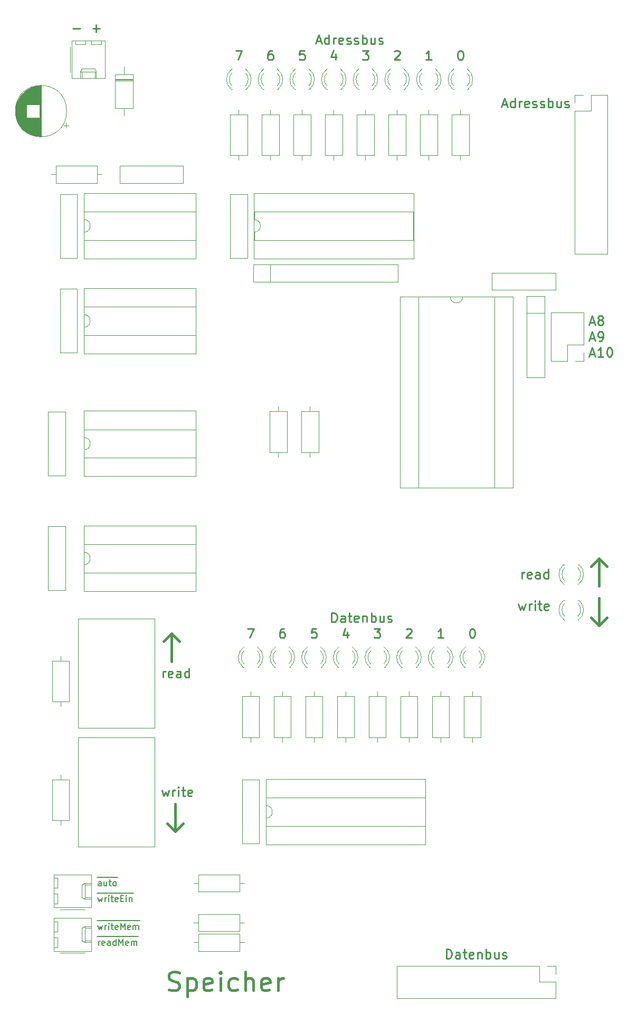
<source format=gbr>
G04 #@! TF.GenerationSoftware,KiCad,Pcbnew,(5.1.7)-1*
G04 #@! TF.CreationDate,2020-12-28T01:07:41+01:00*
G04 #@! TF.ProjectId,speichermodul,73706569-6368-4657-926d-6f64756c2e6b,rev?*
G04 #@! TF.SameCoordinates,Original*
G04 #@! TF.FileFunction,Legend,Top*
G04 #@! TF.FilePolarity,Positive*
%FSLAX46Y46*%
G04 Gerber Fmt 4.6, Leading zero omitted, Abs format (unit mm)*
G04 Created by KiCad (PCBNEW (5.1.7)-1) date 2020-12-28 01:07:41*
%MOMM*%
%LPD*%
G01*
G04 APERTURE LIST*
%ADD10C,0.250000*%
%ADD11C,0.400000*%
%ADD12C,0.170000*%
%ADD13C,0.120000*%
G04 APERTURE END LIST*
D10*
X50736428Y-29317142D02*
X49593571Y-29317142D01*
X50165000Y-29888571D02*
X50165000Y-28745714D01*
X47561428Y-29317142D02*
X46418571Y-29317142D01*
D11*
X62865000Y-158115000D02*
X62865000Y-153670000D01*
X62865000Y-158115000D02*
X64135000Y-156845000D01*
X61595000Y-156845000D02*
X62865000Y-158115000D01*
X62230000Y-130810000D02*
X62230000Y-126365000D01*
X62230000Y-126365000D02*
X63500000Y-127635000D01*
X60960000Y-127635000D02*
X62230000Y-126365000D01*
D10*
X60701785Y-151443571D02*
X60987500Y-152443571D01*
X61273214Y-151729285D01*
X61558928Y-152443571D01*
X61844642Y-151443571D01*
X62416071Y-152443571D02*
X62416071Y-151443571D01*
X62416071Y-151729285D02*
X62487500Y-151586428D01*
X62558928Y-151515000D01*
X62701785Y-151443571D01*
X62844642Y-151443571D01*
X63344642Y-152443571D02*
X63344642Y-151443571D01*
X63344642Y-150943571D02*
X63273214Y-151015000D01*
X63344642Y-151086428D01*
X63416071Y-151015000D01*
X63344642Y-150943571D01*
X63344642Y-151086428D01*
X63844642Y-151443571D02*
X64416071Y-151443571D01*
X64058928Y-150943571D02*
X64058928Y-152229285D01*
X64130357Y-152372142D01*
X64273214Y-152443571D01*
X64416071Y-152443571D01*
X65487500Y-152372142D02*
X65344642Y-152443571D01*
X65058928Y-152443571D01*
X64916071Y-152372142D01*
X64844642Y-152229285D01*
X64844642Y-151657857D01*
X64916071Y-151515000D01*
X65058928Y-151443571D01*
X65344642Y-151443571D01*
X65487500Y-151515000D01*
X65558928Y-151657857D01*
X65558928Y-151800714D01*
X64844642Y-151943571D01*
X60844642Y-133393571D02*
X60844642Y-132393571D01*
X60844642Y-132679285D02*
X60916071Y-132536428D01*
X60987500Y-132465000D01*
X61130357Y-132393571D01*
X61273214Y-132393571D01*
X62344642Y-133322142D02*
X62201785Y-133393571D01*
X61916071Y-133393571D01*
X61773214Y-133322142D01*
X61701785Y-133179285D01*
X61701785Y-132607857D01*
X61773214Y-132465000D01*
X61916071Y-132393571D01*
X62201785Y-132393571D01*
X62344642Y-132465000D01*
X62416071Y-132607857D01*
X62416071Y-132750714D01*
X61701785Y-132893571D01*
X63701785Y-133393571D02*
X63701785Y-132607857D01*
X63630357Y-132465000D01*
X63487500Y-132393571D01*
X63201785Y-132393571D01*
X63058928Y-132465000D01*
X63701785Y-133322142D02*
X63558928Y-133393571D01*
X63201785Y-133393571D01*
X63058928Y-133322142D01*
X62987500Y-133179285D01*
X62987500Y-133036428D01*
X63058928Y-132893571D01*
X63201785Y-132822142D01*
X63558928Y-132822142D01*
X63701785Y-132750714D01*
X65058928Y-133393571D02*
X65058928Y-131893571D01*
X65058928Y-133322142D02*
X64916071Y-133393571D01*
X64630357Y-133393571D01*
X64487500Y-133322142D01*
X64416071Y-133250714D01*
X64344642Y-133107857D01*
X64344642Y-132679285D01*
X64416071Y-132536428D01*
X64487500Y-132465000D01*
X64630357Y-132393571D01*
X64916071Y-132393571D01*
X65058928Y-132465000D01*
D11*
X130810000Y-125095000D02*
X132080000Y-123825000D01*
X129540000Y-123825000D02*
X130810000Y-125095000D01*
X130810000Y-125095000D02*
X130810000Y-120650000D01*
X130810000Y-114300000D02*
X132080000Y-115570000D01*
X129540000Y-115570000D02*
X130810000Y-114300000D01*
X130810000Y-118745000D02*
X130810000Y-114300000D01*
D10*
X118456071Y-117518571D02*
X118456071Y-116518571D01*
X118456071Y-116804285D02*
X118527500Y-116661428D01*
X118598928Y-116590000D01*
X118741785Y-116518571D01*
X118884642Y-116518571D01*
X119956071Y-117447142D02*
X119813214Y-117518571D01*
X119527500Y-117518571D01*
X119384642Y-117447142D01*
X119313214Y-117304285D01*
X119313214Y-116732857D01*
X119384642Y-116590000D01*
X119527500Y-116518571D01*
X119813214Y-116518571D01*
X119956071Y-116590000D01*
X120027500Y-116732857D01*
X120027500Y-116875714D01*
X119313214Y-117018571D01*
X121313214Y-117518571D02*
X121313214Y-116732857D01*
X121241785Y-116590000D01*
X121098928Y-116518571D01*
X120813214Y-116518571D01*
X120670357Y-116590000D01*
X121313214Y-117447142D02*
X121170357Y-117518571D01*
X120813214Y-117518571D01*
X120670357Y-117447142D01*
X120598928Y-117304285D01*
X120598928Y-117161428D01*
X120670357Y-117018571D01*
X120813214Y-116947142D01*
X121170357Y-116947142D01*
X121313214Y-116875714D01*
X122670357Y-117518571D02*
X122670357Y-116018571D01*
X122670357Y-117447142D02*
X122527500Y-117518571D01*
X122241785Y-117518571D01*
X122098928Y-117447142D01*
X122027500Y-117375714D01*
X121956071Y-117232857D01*
X121956071Y-116804285D01*
X122027500Y-116661428D01*
X122098928Y-116590000D01*
X122241785Y-116518571D01*
X122527500Y-116518571D01*
X122670357Y-116590000D01*
D12*
X50275500Y-165429000D02*
X51180261Y-165429000D01*
X50942166Y-166822380D02*
X50942166Y-166298571D01*
X50894547Y-166203333D01*
X50799309Y-166155714D01*
X50608833Y-166155714D01*
X50513595Y-166203333D01*
X50942166Y-166774761D02*
X50846928Y-166822380D01*
X50608833Y-166822380D01*
X50513595Y-166774761D01*
X50465976Y-166679523D01*
X50465976Y-166584285D01*
X50513595Y-166489047D01*
X50608833Y-166441428D01*
X50846928Y-166441428D01*
X50942166Y-166393809D01*
X51180261Y-165429000D02*
X52085023Y-165429000D01*
X51846928Y-166155714D02*
X51846928Y-166822380D01*
X51418357Y-166155714D02*
X51418357Y-166679523D01*
X51465976Y-166774761D01*
X51561214Y-166822380D01*
X51704071Y-166822380D01*
X51799309Y-166774761D01*
X51846928Y-166727142D01*
X52085023Y-165429000D02*
X52656452Y-165429000D01*
X52180261Y-166155714D02*
X52561214Y-166155714D01*
X52323119Y-165822380D02*
X52323119Y-166679523D01*
X52370738Y-166774761D01*
X52465976Y-166822380D01*
X52561214Y-166822380D01*
X52656452Y-165429000D02*
X53561214Y-165429000D01*
X53037404Y-166822380D02*
X52942166Y-166774761D01*
X52894547Y-166727142D01*
X52846928Y-166631904D01*
X52846928Y-166346190D01*
X52894547Y-166250952D01*
X52942166Y-166203333D01*
X53037404Y-166155714D01*
X53180261Y-166155714D01*
X53275500Y-166203333D01*
X53323119Y-166250952D01*
X53370738Y-166346190D01*
X53370738Y-166631904D01*
X53323119Y-166727142D01*
X53275500Y-166774761D01*
X53180261Y-166822380D01*
X53037404Y-166822380D01*
X50275500Y-167969000D02*
X51323119Y-167969000D01*
X50418357Y-168695714D02*
X50608833Y-169362380D01*
X50799309Y-168886190D01*
X50989785Y-169362380D01*
X51180261Y-168695714D01*
X51323119Y-167969000D02*
X51942166Y-167969000D01*
X51561214Y-169362380D02*
X51561214Y-168695714D01*
X51561214Y-168886190D02*
X51608833Y-168790952D01*
X51656452Y-168743333D01*
X51751690Y-168695714D01*
X51846928Y-168695714D01*
X51942166Y-167969000D02*
X52418357Y-167969000D01*
X52180261Y-169362380D02*
X52180261Y-168695714D01*
X52180261Y-168362380D02*
X52132642Y-168410000D01*
X52180261Y-168457619D01*
X52227880Y-168410000D01*
X52180261Y-168362380D01*
X52180261Y-168457619D01*
X52418357Y-167969000D02*
X52989785Y-167969000D01*
X52513595Y-168695714D02*
X52894547Y-168695714D01*
X52656452Y-168362380D02*
X52656452Y-169219523D01*
X52704071Y-169314761D01*
X52799309Y-169362380D01*
X52894547Y-169362380D01*
X52989785Y-167969000D02*
X53846928Y-167969000D01*
X53608833Y-169314761D02*
X53513595Y-169362380D01*
X53323119Y-169362380D01*
X53227880Y-169314761D01*
X53180261Y-169219523D01*
X53180261Y-168838571D01*
X53227880Y-168743333D01*
X53323119Y-168695714D01*
X53513595Y-168695714D01*
X53608833Y-168743333D01*
X53656452Y-168838571D01*
X53656452Y-168933809D01*
X53180261Y-169029047D01*
X53846928Y-167969000D02*
X54751690Y-167969000D01*
X54085023Y-168838571D02*
X54418357Y-168838571D01*
X54561214Y-169362380D02*
X54085023Y-169362380D01*
X54085023Y-168362380D01*
X54561214Y-168362380D01*
X54751690Y-167969000D02*
X55227880Y-167969000D01*
X54989785Y-169362380D02*
X54989785Y-168695714D01*
X54989785Y-168362380D02*
X54942166Y-168410000D01*
X54989785Y-168457619D01*
X55037404Y-168410000D01*
X54989785Y-168362380D01*
X54989785Y-168457619D01*
X55227880Y-167969000D02*
X56132642Y-167969000D01*
X55465976Y-168695714D02*
X55465976Y-169362380D01*
X55465976Y-168790952D02*
X55513595Y-168743333D01*
X55608833Y-168695714D01*
X55751690Y-168695714D01*
X55846928Y-168743333D01*
X55894547Y-168838571D01*
X55894547Y-169362380D01*
X50275500Y-172414000D02*
X51323119Y-172414000D01*
X50418357Y-173140714D02*
X50608833Y-173807380D01*
X50799309Y-173331190D01*
X50989785Y-173807380D01*
X51180261Y-173140714D01*
X51323119Y-172414000D02*
X51942166Y-172414000D01*
X51561214Y-173807380D02*
X51561214Y-173140714D01*
X51561214Y-173331190D02*
X51608833Y-173235952D01*
X51656452Y-173188333D01*
X51751690Y-173140714D01*
X51846928Y-173140714D01*
X51942166Y-172414000D02*
X52418357Y-172414000D01*
X52180261Y-173807380D02*
X52180261Y-173140714D01*
X52180261Y-172807380D02*
X52132642Y-172855000D01*
X52180261Y-172902619D01*
X52227880Y-172855000D01*
X52180261Y-172807380D01*
X52180261Y-172902619D01*
X52418357Y-172414000D02*
X52989785Y-172414000D01*
X52513595Y-173140714D02*
X52894547Y-173140714D01*
X52656452Y-172807380D02*
X52656452Y-173664523D01*
X52704071Y-173759761D01*
X52799309Y-173807380D01*
X52894547Y-173807380D01*
X52989785Y-172414000D02*
X53846928Y-172414000D01*
X53608833Y-173759761D02*
X53513595Y-173807380D01*
X53323119Y-173807380D01*
X53227880Y-173759761D01*
X53180261Y-173664523D01*
X53180261Y-173283571D01*
X53227880Y-173188333D01*
X53323119Y-173140714D01*
X53513595Y-173140714D01*
X53608833Y-173188333D01*
X53656452Y-173283571D01*
X53656452Y-173378809D01*
X53180261Y-173474047D01*
X53846928Y-172414000D02*
X54989785Y-172414000D01*
X54085023Y-173807380D02*
X54085023Y-172807380D01*
X54418357Y-173521666D01*
X54751690Y-172807380D01*
X54751690Y-173807380D01*
X54989785Y-172414000D02*
X55846928Y-172414000D01*
X55608833Y-173759761D02*
X55513595Y-173807380D01*
X55323119Y-173807380D01*
X55227880Y-173759761D01*
X55180261Y-173664523D01*
X55180261Y-173283571D01*
X55227880Y-173188333D01*
X55323119Y-173140714D01*
X55513595Y-173140714D01*
X55608833Y-173188333D01*
X55656452Y-173283571D01*
X55656452Y-173378809D01*
X55180261Y-173474047D01*
X55846928Y-172414000D02*
X57180261Y-172414000D01*
X56085023Y-173807380D02*
X56085023Y-173140714D01*
X56085023Y-173235952D02*
X56132642Y-173188333D01*
X56227880Y-173140714D01*
X56370738Y-173140714D01*
X56465976Y-173188333D01*
X56513595Y-173283571D01*
X56513595Y-173807380D01*
X56513595Y-173283571D02*
X56561214Y-173188333D01*
X56656452Y-173140714D01*
X56799309Y-173140714D01*
X56894547Y-173188333D01*
X56942166Y-173283571D01*
X56942166Y-173807380D01*
X50275500Y-174954000D02*
X50894547Y-174954000D01*
X50513595Y-176347380D02*
X50513595Y-175680714D01*
X50513595Y-175871190D02*
X50561214Y-175775952D01*
X50608833Y-175728333D01*
X50704071Y-175680714D01*
X50799309Y-175680714D01*
X50894547Y-174954000D02*
X51751690Y-174954000D01*
X51513595Y-176299761D02*
X51418357Y-176347380D01*
X51227880Y-176347380D01*
X51132642Y-176299761D01*
X51085023Y-176204523D01*
X51085023Y-175823571D01*
X51132642Y-175728333D01*
X51227880Y-175680714D01*
X51418357Y-175680714D01*
X51513595Y-175728333D01*
X51561214Y-175823571D01*
X51561214Y-175918809D01*
X51085023Y-176014047D01*
X51751690Y-174954000D02*
X52656452Y-174954000D01*
X52418357Y-176347380D02*
X52418357Y-175823571D01*
X52370738Y-175728333D01*
X52275500Y-175680714D01*
X52085023Y-175680714D01*
X51989785Y-175728333D01*
X52418357Y-176299761D02*
X52323119Y-176347380D01*
X52085023Y-176347380D01*
X51989785Y-176299761D01*
X51942166Y-176204523D01*
X51942166Y-176109285D01*
X51989785Y-176014047D01*
X52085023Y-175966428D01*
X52323119Y-175966428D01*
X52418357Y-175918809D01*
X52656452Y-174954000D02*
X53561214Y-174954000D01*
X53323119Y-176347380D02*
X53323119Y-175347380D01*
X53323119Y-176299761D02*
X53227880Y-176347380D01*
X53037404Y-176347380D01*
X52942166Y-176299761D01*
X52894547Y-176252142D01*
X52846928Y-176156904D01*
X52846928Y-175871190D01*
X52894547Y-175775952D01*
X52942166Y-175728333D01*
X53037404Y-175680714D01*
X53227880Y-175680714D01*
X53323119Y-175728333D01*
X53561214Y-174954000D02*
X54704071Y-174954000D01*
X53799309Y-176347380D02*
X53799309Y-175347380D01*
X54132642Y-176061666D01*
X54465976Y-175347380D01*
X54465976Y-176347380D01*
X54704071Y-174954000D02*
X55561214Y-174954000D01*
X55323119Y-176299761D02*
X55227880Y-176347380D01*
X55037404Y-176347380D01*
X54942166Y-176299761D01*
X54894547Y-176204523D01*
X54894547Y-175823571D01*
X54942166Y-175728333D01*
X55037404Y-175680714D01*
X55227880Y-175680714D01*
X55323119Y-175728333D01*
X55370738Y-175823571D01*
X55370738Y-175918809D01*
X54894547Y-176014047D01*
X55561214Y-174954000D02*
X56894547Y-174954000D01*
X55799309Y-176347380D02*
X55799309Y-175680714D01*
X55799309Y-175775952D02*
X55846928Y-175728333D01*
X55942166Y-175680714D01*
X56085023Y-175680714D01*
X56180261Y-175728333D01*
X56227880Y-175823571D01*
X56227880Y-176347380D01*
X56227880Y-175823571D02*
X56275500Y-175728333D01*
X56370738Y-175680714D01*
X56513595Y-175680714D01*
X56608833Y-175728333D01*
X56656452Y-175823571D01*
X56656452Y-176347380D01*
D10*
X129353214Y-81530000D02*
X130067500Y-81530000D01*
X129210357Y-81958571D02*
X129710357Y-80458571D01*
X130210357Y-81958571D01*
X131496071Y-81958571D02*
X130638928Y-81958571D01*
X131067500Y-81958571D02*
X131067500Y-80458571D01*
X130924642Y-80672857D01*
X130781785Y-80815714D01*
X130638928Y-80887142D01*
X132424642Y-80458571D02*
X132567500Y-80458571D01*
X132710357Y-80530000D01*
X132781785Y-80601428D01*
X132853214Y-80744285D01*
X132924642Y-81030000D01*
X132924642Y-81387142D01*
X132853214Y-81672857D01*
X132781785Y-81815714D01*
X132710357Y-81887142D01*
X132567500Y-81958571D01*
X132424642Y-81958571D01*
X132281785Y-81887142D01*
X132210357Y-81815714D01*
X132138928Y-81672857D01*
X132067500Y-81387142D01*
X132067500Y-81030000D01*
X132138928Y-80744285D01*
X132210357Y-80601428D01*
X132281785Y-80530000D01*
X132424642Y-80458571D01*
X129353214Y-78990000D02*
X130067500Y-78990000D01*
X129210357Y-79418571D02*
X129710357Y-77918571D01*
X130210357Y-79418571D01*
X130781785Y-79418571D02*
X131067500Y-79418571D01*
X131210357Y-79347142D01*
X131281785Y-79275714D01*
X131424642Y-79061428D01*
X131496071Y-78775714D01*
X131496071Y-78204285D01*
X131424642Y-78061428D01*
X131353214Y-77990000D01*
X131210357Y-77918571D01*
X130924642Y-77918571D01*
X130781785Y-77990000D01*
X130710357Y-78061428D01*
X130638928Y-78204285D01*
X130638928Y-78561428D01*
X130710357Y-78704285D01*
X130781785Y-78775714D01*
X130924642Y-78847142D01*
X131210357Y-78847142D01*
X131353214Y-78775714D01*
X131424642Y-78704285D01*
X131496071Y-78561428D01*
X129353214Y-76450000D02*
X130067500Y-76450000D01*
X129210357Y-76878571D02*
X129710357Y-75378571D01*
X130210357Y-76878571D01*
X130924642Y-76021428D02*
X130781785Y-75950000D01*
X130710357Y-75878571D01*
X130638928Y-75735714D01*
X130638928Y-75664285D01*
X130710357Y-75521428D01*
X130781785Y-75450000D01*
X130924642Y-75378571D01*
X131210357Y-75378571D01*
X131353214Y-75450000D01*
X131424642Y-75521428D01*
X131496071Y-75664285D01*
X131496071Y-75735714D01*
X131424642Y-75878571D01*
X131353214Y-75950000D01*
X131210357Y-76021428D01*
X130924642Y-76021428D01*
X130781785Y-76092857D01*
X130710357Y-76164285D01*
X130638928Y-76307142D01*
X130638928Y-76592857D01*
X130710357Y-76735714D01*
X130781785Y-76807142D01*
X130924642Y-76878571D01*
X131210357Y-76878571D01*
X131353214Y-76807142D01*
X131424642Y-76735714D01*
X131496071Y-76592857D01*
X131496071Y-76307142D01*
X131424642Y-76164285D01*
X131353214Y-76092857D01*
X131210357Y-76021428D01*
X115328571Y-41525000D02*
X116042857Y-41525000D01*
X115185714Y-41953571D02*
X115685714Y-40453571D01*
X116185714Y-41953571D01*
X117328571Y-41953571D02*
X117328571Y-40453571D01*
X117328571Y-41882142D02*
X117185714Y-41953571D01*
X116900000Y-41953571D01*
X116757142Y-41882142D01*
X116685714Y-41810714D01*
X116614285Y-41667857D01*
X116614285Y-41239285D01*
X116685714Y-41096428D01*
X116757142Y-41025000D01*
X116900000Y-40953571D01*
X117185714Y-40953571D01*
X117328571Y-41025000D01*
X118042857Y-41953571D02*
X118042857Y-40953571D01*
X118042857Y-41239285D02*
X118114285Y-41096428D01*
X118185714Y-41025000D01*
X118328571Y-40953571D01*
X118471428Y-40953571D01*
X119542857Y-41882142D02*
X119400000Y-41953571D01*
X119114285Y-41953571D01*
X118971428Y-41882142D01*
X118900000Y-41739285D01*
X118900000Y-41167857D01*
X118971428Y-41025000D01*
X119114285Y-40953571D01*
X119400000Y-40953571D01*
X119542857Y-41025000D01*
X119614285Y-41167857D01*
X119614285Y-41310714D01*
X118900000Y-41453571D01*
X120185714Y-41882142D02*
X120328571Y-41953571D01*
X120614285Y-41953571D01*
X120757142Y-41882142D01*
X120828571Y-41739285D01*
X120828571Y-41667857D01*
X120757142Y-41525000D01*
X120614285Y-41453571D01*
X120400000Y-41453571D01*
X120257142Y-41382142D01*
X120185714Y-41239285D01*
X120185714Y-41167857D01*
X120257142Y-41025000D01*
X120400000Y-40953571D01*
X120614285Y-40953571D01*
X120757142Y-41025000D01*
X121400000Y-41882142D02*
X121542857Y-41953571D01*
X121828571Y-41953571D01*
X121971428Y-41882142D01*
X122042857Y-41739285D01*
X122042857Y-41667857D01*
X121971428Y-41525000D01*
X121828571Y-41453571D01*
X121614285Y-41453571D01*
X121471428Y-41382142D01*
X121400000Y-41239285D01*
X121400000Y-41167857D01*
X121471428Y-41025000D01*
X121614285Y-40953571D01*
X121828571Y-40953571D01*
X121971428Y-41025000D01*
X122685714Y-41953571D02*
X122685714Y-40453571D01*
X122685714Y-41025000D02*
X122828571Y-40953571D01*
X123114285Y-40953571D01*
X123257142Y-41025000D01*
X123328571Y-41096428D01*
X123400000Y-41239285D01*
X123400000Y-41667857D01*
X123328571Y-41810714D01*
X123257142Y-41882142D01*
X123114285Y-41953571D01*
X122828571Y-41953571D01*
X122685714Y-41882142D01*
X124685714Y-40953571D02*
X124685714Y-41953571D01*
X124042857Y-40953571D02*
X124042857Y-41739285D01*
X124114285Y-41882142D01*
X124257142Y-41953571D01*
X124471428Y-41953571D01*
X124614285Y-41882142D01*
X124685714Y-41810714D01*
X125328571Y-41882142D02*
X125471428Y-41953571D01*
X125757142Y-41953571D01*
X125900000Y-41882142D01*
X125971428Y-41739285D01*
X125971428Y-41667857D01*
X125900000Y-41525000D01*
X125757142Y-41453571D01*
X125542857Y-41453571D01*
X125400000Y-41382142D01*
X125328571Y-41239285D01*
X125328571Y-41167857D01*
X125400000Y-41025000D01*
X125542857Y-40953571D01*
X125757142Y-40953571D01*
X125900000Y-41025000D01*
X106339285Y-178478571D02*
X106339285Y-176978571D01*
X106696428Y-176978571D01*
X106910714Y-177050000D01*
X107053571Y-177192857D01*
X107125000Y-177335714D01*
X107196428Y-177621428D01*
X107196428Y-177835714D01*
X107125000Y-178121428D01*
X107053571Y-178264285D01*
X106910714Y-178407142D01*
X106696428Y-178478571D01*
X106339285Y-178478571D01*
X108482142Y-178478571D02*
X108482142Y-177692857D01*
X108410714Y-177550000D01*
X108267857Y-177478571D01*
X107982142Y-177478571D01*
X107839285Y-177550000D01*
X108482142Y-178407142D02*
X108339285Y-178478571D01*
X107982142Y-178478571D01*
X107839285Y-178407142D01*
X107767857Y-178264285D01*
X107767857Y-178121428D01*
X107839285Y-177978571D01*
X107982142Y-177907142D01*
X108339285Y-177907142D01*
X108482142Y-177835714D01*
X108982142Y-177478571D02*
X109553571Y-177478571D01*
X109196428Y-176978571D02*
X109196428Y-178264285D01*
X109267857Y-178407142D01*
X109410714Y-178478571D01*
X109553571Y-178478571D01*
X110625000Y-178407142D02*
X110482142Y-178478571D01*
X110196428Y-178478571D01*
X110053571Y-178407142D01*
X109982142Y-178264285D01*
X109982142Y-177692857D01*
X110053571Y-177550000D01*
X110196428Y-177478571D01*
X110482142Y-177478571D01*
X110625000Y-177550000D01*
X110696428Y-177692857D01*
X110696428Y-177835714D01*
X109982142Y-177978571D01*
X111339285Y-177478571D02*
X111339285Y-178478571D01*
X111339285Y-177621428D02*
X111410714Y-177550000D01*
X111553571Y-177478571D01*
X111767857Y-177478571D01*
X111910714Y-177550000D01*
X111982142Y-177692857D01*
X111982142Y-178478571D01*
X112696428Y-178478571D02*
X112696428Y-176978571D01*
X112696428Y-177550000D02*
X112839285Y-177478571D01*
X113125000Y-177478571D01*
X113267857Y-177550000D01*
X113339285Y-177621428D01*
X113410714Y-177764285D01*
X113410714Y-178192857D01*
X113339285Y-178335714D01*
X113267857Y-178407142D01*
X113125000Y-178478571D01*
X112839285Y-178478571D01*
X112696428Y-178407142D01*
X114696428Y-177478571D02*
X114696428Y-178478571D01*
X114053571Y-177478571D02*
X114053571Y-178264285D01*
X114125000Y-178407142D01*
X114267857Y-178478571D01*
X114482142Y-178478571D01*
X114625000Y-178407142D01*
X114696428Y-178335714D01*
X115339285Y-178407142D02*
X115482142Y-178478571D01*
X115767857Y-178478571D01*
X115910714Y-178407142D01*
X115982142Y-178264285D01*
X115982142Y-178192857D01*
X115910714Y-178050000D01*
X115767857Y-177978571D01*
X115553571Y-177978571D01*
X115410714Y-177907142D01*
X115339285Y-177764285D01*
X115339285Y-177692857D01*
X115410714Y-177550000D01*
X115553571Y-177478571D01*
X115767857Y-177478571D01*
X115910714Y-177550000D01*
X74430000Y-125543571D02*
X75430000Y-125543571D01*
X74787142Y-127043571D01*
X87924285Y-124503571D02*
X87924285Y-123003571D01*
X88281428Y-123003571D01*
X88495714Y-123075000D01*
X88638571Y-123217857D01*
X88710000Y-123360714D01*
X88781428Y-123646428D01*
X88781428Y-123860714D01*
X88710000Y-124146428D01*
X88638571Y-124289285D01*
X88495714Y-124432142D01*
X88281428Y-124503571D01*
X87924285Y-124503571D01*
X90067142Y-124503571D02*
X90067142Y-123717857D01*
X89995714Y-123575000D01*
X89852857Y-123503571D01*
X89567142Y-123503571D01*
X89424285Y-123575000D01*
X90067142Y-124432142D02*
X89924285Y-124503571D01*
X89567142Y-124503571D01*
X89424285Y-124432142D01*
X89352857Y-124289285D01*
X89352857Y-124146428D01*
X89424285Y-124003571D01*
X89567142Y-123932142D01*
X89924285Y-123932142D01*
X90067142Y-123860714D01*
X90567142Y-123503571D02*
X91138571Y-123503571D01*
X90781428Y-123003571D02*
X90781428Y-124289285D01*
X90852857Y-124432142D01*
X90995714Y-124503571D01*
X91138571Y-124503571D01*
X92210000Y-124432142D02*
X92067142Y-124503571D01*
X91781428Y-124503571D01*
X91638571Y-124432142D01*
X91567142Y-124289285D01*
X91567142Y-123717857D01*
X91638571Y-123575000D01*
X91781428Y-123503571D01*
X92067142Y-123503571D01*
X92210000Y-123575000D01*
X92281428Y-123717857D01*
X92281428Y-123860714D01*
X91567142Y-124003571D01*
X92924285Y-123503571D02*
X92924285Y-124503571D01*
X92924285Y-123646428D02*
X92995714Y-123575000D01*
X93138571Y-123503571D01*
X93352857Y-123503571D01*
X93495714Y-123575000D01*
X93567142Y-123717857D01*
X93567142Y-124503571D01*
X94281428Y-124503571D02*
X94281428Y-123003571D01*
X94281428Y-123575000D02*
X94424285Y-123503571D01*
X94710000Y-123503571D01*
X94852857Y-123575000D01*
X94924285Y-123646428D01*
X94995714Y-123789285D01*
X94995714Y-124217857D01*
X94924285Y-124360714D01*
X94852857Y-124432142D01*
X94710000Y-124503571D01*
X94424285Y-124503571D01*
X94281428Y-124432142D01*
X96281428Y-123503571D02*
X96281428Y-124503571D01*
X95638571Y-123503571D02*
X95638571Y-124289285D01*
X95710000Y-124432142D01*
X95852857Y-124503571D01*
X96067142Y-124503571D01*
X96210000Y-124432142D01*
X96281428Y-124360714D01*
X96924285Y-124432142D02*
X97067142Y-124503571D01*
X97352857Y-124503571D01*
X97495714Y-124432142D01*
X97567142Y-124289285D01*
X97567142Y-124217857D01*
X97495714Y-124075000D01*
X97352857Y-124003571D01*
X97138571Y-124003571D01*
X96995714Y-123932142D01*
X96924285Y-123789285D01*
X96924285Y-123717857D01*
X96995714Y-123575000D01*
X97138571Y-123503571D01*
X97352857Y-123503571D01*
X97495714Y-123575000D01*
X110418571Y-125543571D02*
X110561428Y-125543571D01*
X110704285Y-125615000D01*
X110775714Y-125686428D01*
X110847142Y-125829285D01*
X110918571Y-126115000D01*
X110918571Y-126472142D01*
X110847142Y-126757857D01*
X110775714Y-126900714D01*
X110704285Y-126972142D01*
X110561428Y-127043571D01*
X110418571Y-127043571D01*
X110275714Y-126972142D01*
X110204285Y-126900714D01*
X110132857Y-126757857D01*
X110061428Y-126472142D01*
X110061428Y-126115000D01*
X110132857Y-125829285D01*
X110204285Y-125686428D01*
X110275714Y-125615000D01*
X110418571Y-125543571D01*
X105838571Y-127043571D02*
X104981428Y-127043571D01*
X105410000Y-127043571D02*
X105410000Y-125543571D01*
X105267142Y-125757857D01*
X105124285Y-125900714D01*
X104981428Y-125972142D01*
X99901428Y-125686428D02*
X99972857Y-125615000D01*
X100115714Y-125543571D01*
X100472857Y-125543571D01*
X100615714Y-125615000D01*
X100687142Y-125686428D01*
X100758571Y-125829285D01*
X100758571Y-125972142D01*
X100687142Y-126186428D01*
X99830000Y-127043571D01*
X100758571Y-127043571D01*
X94750000Y-125543571D02*
X95678571Y-125543571D01*
X95178571Y-126115000D01*
X95392857Y-126115000D01*
X95535714Y-126186428D01*
X95607142Y-126257857D01*
X95678571Y-126400714D01*
X95678571Y-126757857D01*
X95607142Y-126900714D01*
X95535714Y-126972142D01*
X95392857Y-127043571D01*
X94964285Y-127043571D01*
X94821428Y-126972142D01*
X94750000Y-126900714D01*
X90455714Y-126043571D02*
X90455714Y-127043571D01*
X90098571Y-125472142D02*
X89741428Y-126543571D01*
X90670000Y-126543571D01*
X80295714Y-125543571D02*
X80010000Y-125543571D01*
X79867142Y-125615000D01*
X79795714Y-125686428D01*
X79652857Y-125900714D01*
X79581428Y-126186428D01*
X79581428Y-126757857D01*
X79652857Y-126900714D01*
X79724285Y-126972142D01*
X79867142Y-127043571D01*
X80152857Y-127043571D01*
X80295714Y-126972142D01*
X80367142Y-126900714D01*
X80438571Y-126757857D01*
X80438571Y-126400714D01*
X80367142Y-126257857D01*
X80295714Y-126186428D01*
X80152857Y-126115000D01*
X79867142Y-126115000D01*
X79724285Y-126186428D01*
X79652857Y-126257857D01*
X79581428Y-126400714D01*
X85447142Y-125543571D02*
X84732857Y-125543571D01*
X84661428Y-126257857D01*
X84732857Y-126186428D01*
X84875714Y-126115000D01*
X85232857Y-126115000D01*
X85375714Y-126186428D01*
X85447142Y-126257857D01*
X85518571Y-126400714D01*
X85518571Y-126757857D01*
X85447142Y-126900714D01*
X85375714Y-126972142D01*
X85232857Y-127043571D01*
X84875714Y-127043571D01*
X84732857Y-126972142D01*
X84661428Y-126900714D01*
X85483571Y-31365000D02*
X86197857Y-31365000D01*
X85340714Y-31793571D02*
X85840714Y-30293571D01*
X86340714Y-31793571D01*
X87483571Y-31793571D02*
X87483571Y-30293571D01*
X87483571Y-31722142D02*
X87340714Y-31793571D01*
X87055000Y-31793571D01*
X86912142Y-31722142D01*
X86840714Y-31650714D01*
X86769285Y-31507857D01*
X86769285Y-31079285D01*
X86840714Y-30936428D01*
X86912142Y-30865000D01*
X87055000Y-30793571D01*
X87340714Y-30793571D01*
X87483571Y-30865000D01*
X88197857Y-31793571D02*
X88197857Y-30793571D01*
X88197857Y-31079285D02*
X88269285Y-30936428D01*
X88340714Y-30865000D01*
X88483571Y-30793571D01*
X88626428Y-30793571D01*
X89697857Y-31722142D02*
X89555000Y-31793571D01*
X89269285Y-31793571D01*
X89126428Y-31722142D01*
X89055000Y-31579285D01*
X89055000Y-31007857D01*
X89126428Y-30865000D01*
X89269285Y-30793571D01*
X89555000Y-30793571D01*
X89697857Y-30865000D01*
X89769285Y-31007857D01*
X89769285Y-31150714D01*
X89055000Y-31293571D01*
X90340714Y-31722142D02*
X90483571Y-31793571D01*
X90769285Y-31793571D01*
X90912142Y-31722142D01*
X90983571Y-31579285D01*
X90983571Y-31507857D01*
X90912142Y-31365000D01*
X90769285Y-31293571D01*
X90555000Y-31293571D01*
X90412142Y-31222142D01*
X90340714Y-31079285D01*
X90340714Y-31007857D01*
X90412142Y-30865000D01*
X90555000Y-30793571D01*
X90769285Y-30793571D01*
X90912142Y-30865000D01*
X91555000Y-31722142D02*
X91697857Y-31793571D01*
X91983571Y-31793571D01*
X92126428Y-31722142D01*
X92197857Y-31579285D01*
X92197857Y-31507857D01*
X92126428Y-31365000D01*
X91983571Y-31293571D01*
X91769285Y-31293571D01*
X91626428Y-31222142D01*
X91555000Y-31079285D01*
X91555000Y-31007857D01*
X91626428Y-30865000D01*
X91769285Y-30793571D01*
X91983571Y-30793571D01*
X92126428Y-30865000D01*
X92840714Y-31793571D02*
X92840714Y-30293571D01*
X92840714Y-30865000D02*
X92983571Y-30793571D01*
X93269285Y-30793571D01*
X93412142Y-30865000D01*
X93483571Y-30936428D01*
X93555000Y-31079285D01*
X93555000Y-31507857D01*
X93483571Y-31650714D01*
X93412142Y-31722142D01*
X93269285Y-31793571D01*
X92983571Y-31793571D01*
X92840714Y-31722142D01*
X94840714Y-30793571D02*
X94840714Y-31793571D01*
X94197857Y-30793571D02*
X94197857Y-31579285D01*
X94269285Y-31722142D01*
X94412142Y-31793571D01*
X94626428Y-31793571D01*
X94769285Y-31722142D01*
X94840714Y-31650714D01*
X95483571Y-31722142D02*
X95626428Y-31793571D01*
X95912142Y-31793571D01*
X96055000Y-31722142D01*
X96126428Y-31579285D01*
X96126428Y-31507857D01*
X96055000Y-31365000D01*
X95912142Y-31293571D01*
X95697857Y-31293571D01*
X95555000Y-31222142D01*
X95483571Y-31079285D01*
X95483571Y-31007857D01*
X95555000Y-30865000D01*
X95697857Y-30793571D01*
X95912142Y-30793571D01*
X96055000Y-30865000D01*
X108513571Y-32833571D02*
X108656428Y-32833571D01*
X108799285Y-32905000D01*
X108870714Y-32976428D01*
X108942142Y-33119285D01*
X109013571Y-33405000D01*
X109013571Y-33762142D01*
X108942142Y-34047857D01*
X108870714Y-34190714D01*
X108799285Y-34262142D01*
X108656428Y-34333571D01*
X108513571Y-34333571D01*
X108370714Y-34262142D01*
X108299285Y-34190714D01*
X108227857Y-34047857D01*
X108156428Y-33762142D01*
X108156428Y-33405000D01*
X108227857Y-33119285D01*
X108299285Y-32976428D01*
X108370714Y-32905000D01*
X108513571Y-32833571D01*
X103933571Y-34333571D02*
X103076428Y-34333571D01*
X103505000Y-34333571D02*
X103505000Y-32833571D01*
X103362142Y-33047857D01*
X103219285Y-33190714D01*
X103076428Y-33262142D01*
X97996428Y-32976428D02*
X98067857Y-32905000D01*
X98210714Y-32833571D01*
X98567857Y-32833571D01*
X98710714Y-32905000D01*
X98782142Y-32976428D01*
X98853571Y-33119285D01*
X98853571Y-33262142D01*
X98782142Y-33476428D01*
X97925000Y-34333571D01*
X98853571Y-34333571D01*
X92845000Y-32833571D02*
X93773571Y-32833571D01*
X93273571Y-33405000D01*
X93487857Y-33405000D01*
X93630714Y-33476428D01*
X93702142Y-33547857D01*
X93773571Y-33690714D01*
X93773571Y-34047857D01*
X93702142Y-34190714D01*
X93630714Y-34262142D01*
X93487857Y-34333571D01*
X93059285Y-34333571D01*
X92916428Y-34262142D01*
X92845000Y-34190714D01*
X88550714Y-33333571D02*
X88550714Y-34333571D01*
X88193571Y-32762142D02*
X87836428Y-33833571D01*
X88765000Y-33833571D01*
X83542142Y-32833571D02*
X82827857Y-32833571D01*
X82756428Y-33547857D01*
X82827857Y-33476428D01*
X82970714Y-33405000D01*
X83327857Y-33405000D01*
X83470714Y-33476428D01*
X83542142Y-33547857D01*
X83613571Y-33690714D01*
X83613571Y-34047857D01*
X83542142Y-34190714D01*
X83470714Y-34262142D01*
X83327857Y-34333571D01*
X82970714Y-34333571D01*
X82827857Y-34262142D01*
X82756428Y-34190714D01*
X78390714Y-32833571D02*
X78105000Y-32833571D01*
X77962142Y-32905000D01*
X77890714Y-32976428D01*
X77747857Y-33190714D01*
X77676428Y-33476428D01*
X77676428Y-34047857D01*
X77747857Y-34190714D01*
X77819285Y-34262142D01*
X77962142Y-34333571D01*
X78247857Y-34333571D01*
X78390714Y-34262142D01*
X78462142Y-34190714D01*
X78533571Y-34047857D01*
X78533571Y-33690714D01*
X78462142Y-33547857D01*
X78390714Y-33476428D01*
X78247857Y-33405000D01*
X77962142Y-33405000D01*
X77819285Y-33476428D01*
X77747857Y-33547857D01*
X77676428Y-33690714D01*
X72525000Y-32833571D02*
X73525000Y-32833571D01*
X72882142Y-34333571D01*
D11*
X61791428Y-183459285D02*
X62220000Y-183602142D01*
X62934285Y-183602142D01*
X63220000Y-183459285D01*
X63362857Y-183316428D01*
X63505714Y-183030714D01*
X63505714Y-182745000D01*
X63362857Y-182459285D01*
X63220000Y-182316428D01*
X62934285Y-182173571D01*
X62362857Y-182030714D01*
X62077142Y-181887857D01*
X61934285Y-181745000D01*
X61791428Y-181459285D01*
X61791428Y-181173571D01*
X61934285Y-180887857D01*
X62077142Y-180745000D01*
X62362857Y-180602142D01*
X63077142Y-180602142D01*
X63505714Y-180745000D01*
X64791428Y-181602142D02*
X64791428Y-184602142D01*
X64791428Y-181745000D02*
X65077142Y-181602142D01*
X65648571Y-181602142D01*
X65934285Y-181745000D01*
X66077142Y-181887857D01*
X66220000Y-182173571D01*
X66220000Y-183030714D01*
X66077142Y-183316428D01*
X65934285Y-183459285D01*
X65648571Y-183602142D01*
X65077142Y-183602142D01*
X64791428Y-183459285D01*
X68648571Y-183459285D02*
X68362857Y-183602142D01*
X67791428Y-183602142D01*
X67505714Y-183459285D01*
X67362857Y-183173571D01*
X67362857Y-182030714D01*
X67505714Y-181745000D01*
X67791428Y-181602142D01*
X68362857Y-181602142D01*
X68648571Y-181745000D01*
X68791428Y-182030714D01*
X68791428Y-182316428D01*
X67362857Y-182602142D01*
X70077142Y-183602142D02*
X70077142Y-181602142D01*
X70077142Y-180602142D02*
X69934285Y-180745000D01*
X70077142Y-180887857D01*
X70220000Y-180745000D01*
X70077142Y-180602142D01*
X70077142Y-180887857D01*
X72791428Y-183459285D02*
X72505714Y-183602142D01*
X71934285Y-183602142D01*
X71648571Y-183459285D01*
X71505714Y-183316428D01*
X71362857Y-183030714D01*
X71362857Y-182173571D01*
X71505714Y-181887857D01*
X71648571Y-181745000D01*
X71934285Y-181602142D01*
X72505714Y-181602142D01*
X72791428Y-181745000D01*
X74077142Y-183602142D02*
X74077142Y-180602142D01*
X75362857Y-183602142D02*
X75362857Y-182030714D01*
X75220000Y-181745000D01*
X74934285Y-181602142D01*
X74505714Y-181602142D01*
X74220000Y-181745000D01*
X74077142Y-181887857D01*
X77934285Y-183459285D02*
X77648571Y-183602142D01*
X77077142Y-183602142D01*
X76791428Y-183459285D01*
X76648571Y-183173571D01*
X76648571Y-182030714D01*
X76791428Y-181745000D01*
X77077142Y-181602142D01*
X77648571Y-181602142D01*
X77934285Y-181745000D01*
X78077142Y-182030714D01*
X78077142Y-182316428D01*
X76648571Y-182602142D01*
X79362857Y-183602142D02*
X79362857Y-181602142D01*
X79362857Y-182173571D02*
X79505714Y-181887857D01*
X79648571Y-181745000D01*
X79934285Y-181602142D01*
X80220000Y-181602142D01*
D10*
X117884642Y-121598571D02*
X118170357Y-122598571D01*
X118456071Y-121884285D01*
X118741785Y-122598571D01*
X119027500Y-121598571D01*
X119598928Y-122598571D02*
X119598928Y-121598571D01*
X119598928Y-121884285D02*
X119670357Y-121741428D01*
X119741785Y-121670000D01*
X119884642Y-121598571D01*
X120027500Y-121598571D01*
X120527500Y-122598571D02*
X120527500Y-121598571D01*
X120527500Y-121098571D02*
X120456071Y-121170000D01*
X120527500Y-121241428D01*
X120598928Y-121170000D01*
X120527500Y-121098571D01*
X120527500Y-121241428D01*
X121027500Y-121598571D02*
X121598928Y-121598571D01*
X121241785Y-121098571D02*
X121241785Y-122384285D01*
X121313214Y-122527142D01*
X121456071Y-122598571D01*
X121598928Y-122598571D01*
X122670357Y-122527142D02*
X122527500Y-122598571D01*
X122241785Y-122598571D01*
X122098928Y-122527142D01*
X122027500Y-122384285D01*
X122027500Y-121812857D01*
X122098928Y-121670000D01*
X122241785Y-121598571D01*
X122527500Y-121598571D01*
X122670357Y-121670000D01*
X122741785Y-121812857D01*
X122741785Y-121955714D01*
X122027500Y-122098571D01*
D13*
X53895000Y-51335000D02*
X64135000Y-51335000D01*
X53895000Y-54075000D02*
X64135000Y-54075000D01*
X53895000Y-51335000D02*
X53895000Y-54075000D01*
X64135000Y-51335000D02*
X64135000Y-54075000D01*
X77410000Y-155940000D02*
X77410000Y-157190000D01*
X77410000Y-157190000D02*
X102930000Y-157190000D01*
X102930000Y-157190000D02*
X102930000Y-152690000D01*
X102930000Y-152690000D02*
X77410000Y-152690000D01*
X77410000Y-152690000D02*
X77410000Y-153940000D01*
X77350000Y-160190000D02*
X102990000Y-160190000D01*
X102990000Y-160190000D02*
X102990000Y-149690000D01*
X102990000Y-149690000D02*
X77350000Y-149690000D01*
X77350000Y-149690000D02*
X77350000Y-160190000D01*
X77410000Y-153940000D02*
G75*
G02*
X77410000Y-155940000I0J-1000000D01*
G01*
X56080000Y-37430000D02*
X53140000Y-37430000D01*
X56080000Y-37670000D02*
X53140000Y-37670000D01*
X56080000Y-37550000D02*
X53140000Y-37550000D01*
X54610000Y-43310000D02*
X54610000Y-42090000D01*
X54610000Y-35430000D02*
X54610000Y-36650000D01*
X56080000Y-42090000D02*
X56080000Y-36650000D01*
X53140000Y-42090000D02*
X56080000Y-42090000D01*
X53140000Y-36650000D02*
X53140000Y-42090000D01*
X56080000Y-36650000D02*
X53140000Y-36650000D01*
X45304698Y-45260000D02*
X45304698Y-44460000D01*
X45704698Y-44860000D02*
X44904698Y-44860000D01*
X37214000Y-43078000D02*
X37214000Y-42012000D01*
X37254000Y-43313000D02*
X37254000Y-41777000D01*
X37294000Y-43493000D02*
X37294000Y-41597000D01*
X37334000Y-43643000D02*
X37334000Y-41447000D01*
X37374000Y-43774000D02*
X37374000Y-41316000D01*
X37414000Y-43891000D02*
X37414000Y-41199000D01*
X37454000Y-43998000D02*
X37454000Y-41092000D01*
X37494000Y-44097000D02*
X37494000Y-40993000D01*
X37534000Y-44190000D02*
X37534000Y-40900000D01*
X37574000Y-44276000D02*
X37574000Y-40814000D01*
X37614000Y-44358000D02*
X37614000Y-40732000D01*
X37654000Y-44435000D02*
X37654000Y-40655000D01*
X37694000Y-44509000D02*
X37694000Y-40581000D01*
X37734000Y-44579000D02*
X37734000Y-40511000D01*
X37774000Y-44647000D02*
X37774000Y-40443000D01*
X37814000Y-44711000D02*
X37814000Y-40379000D01*
X37854000Y-44773000D02*
X37854000Y-40317000D01*
X37894000Y-44832000D02*
X37894000Y-40258000D01*
X37934000Y-44890000D02*
X37934000Y-40200000D01*
X37974000Y-44945000D02*
X37974000Y-40145000D01*
X38014000Y-44999000D02*
X38014000Y-40091000D01*
X38054000Y-45050000D02*
X38054000Y-40040000D01*
X38094000Y-45101000D02*
X38094000Y-39989000D01*
X38134000Y-45149000D02*
X38134000Y-39941000D01*
X38174000Y-45196000D02*
X38174000Y-39894000D01*
X38214000Y-45242000D02*
X38214000Y-39848000D01*
X38254000Y-45286000D02*
X38254000Y-39804000D01*
X38294000Y-45329000D02*
X38294000Y-39761000D01*
X38334000Y-45371000D02*
X38334000Y-39719000D01*
X38374000Y-45412000D02*
X38374000Y-39678000D01*
X38414000Y-45452000D02*
X38414000Y-39638000D01*
X38454000Y-45490000D02*
X38454000Y-39600000D01*
X38494000Y-45528000D02*
X38494000Y-39562000D01*
X38534000Y-45564000D02*
X38534000Y-39526000D01*
X38574000Y-45600000D02*
X38574000Y-39490000D01*
X38614000Y-45635000D02*
X38614000Y-39455000D01*
X38654000Y-45669000D02*
X38654000Y-39421000D01*
X38694000Y-45701000D02*
X38694000Y-39389000D01*
X38734000Y-45734000D02*
X38734000Y-39356000D01*
X38774000Y-45765000D02*
X38774000Y-39325000D01*
X38814000Y-45795000D02*
X38814000Y-39295000D01*
X38854000Y-45825000D02*
X38854000Y-39265000D01*
X38894000Y-45854000D02*
X38894000Y-39236000D01*
X38934000Y-45883000D02*
X38934000Y-39207000D01*
X38974000Y-45910000D02*
X38974000Y-39180000D01*
X39014000Y-41505000D02*
X39014000Y-39153000D01*
X39014000Y-45937000D02*
X39014000Y-43585000D01*
X39054000Y-41505000D02*
X39054000Y-39127000D01*
X39054000Y-45963000D02*
X39054000Y-43585000D01*
X39094000Y-41505000D02*
X39094000Y-39101000D01*
X39094000Y-45989000D02*
X39094000Y-43585000D01*
X39134000Y-41505000D02*
X39134000Y-39076000D01*
X39134000Y-46014000D02*
X39134000Y-43585000D01*
X39174000Y-41505000D02*
X39174000Y-39052000D01*
X39174000Y-46038000D02*
X39174000Y-43585000D01*
X39214000Y-41505000D02*
X39214000Y-39028000D01*
X39214000Y-46062000D02*
X39214000Y-43585000D01*
X39254000Y-41505000D02*
X39254000Y-39005000D01*
X39254000Y-46085000D02*
X39254000Y-43585000D01*
X39294000Y-41505000D02*
X39294000Y-38983000D01*
X39294000Y-46107000D02*
X39294000Y-43585000D01*
X39334000Y-41505000D02*
X39334000Y-38961000D01*
X39334000Y-46129000D02*
X39334000Y-43585000D01*
X39374000Y-41505000D02*
X39374000Y-38939000D01*
X39374000Y-46151000D02*
X39374000Y-43585000D01*
X39414000Y-41505000D02*
X39414000Y-38918000D01*
X39414000Y-46172000D02*
X39414000Y-43585000D01*
X39454000Y-41505000D02*
X39454000Y-38898000D01*
X39454000Y-46192000D02*
X39454000Y-43585000D01*
X39494000Y-41505000D02*
X39494000Y-38879000D01*
X39494000Y-46211000D02*
X39494000Y-43585000D01*
X39534000Y-41505000D02*
X39534000Y-38859000D01*
X39534000Y-46231000D02*
X39534000Y-43585000D01*
X39574000Y-41505000D02*
X39574000Y-38841000D01*
X39574000Y-46249000D02*
X39574000Y-43585000D01*
X39614000Y-41505000D02*
X39614000Y-38823000D01*
X39614000Y-46267000D02*
X39614000Y-43585000D01*
X39654000Y-41505000D02*
X39654000Y-38805000D01*
X39654000Y-46285000D02*
X39654000Y-43585000D01*
X39694000Y-41505000D02*
X39694000Y-38788000D01*
X39694000Y-46302000D02*
X39694000Y-43585000D01*
X39734000Y-41505000D02*
X39734000Y-38771000D01*
X39734000Y-46319000D02*
X39734000Y-43585000D01*
X39774000Y-41505000D02*
X39774000Y-38755000D01*
X39774000Y-46335000D02*
X39774000Y-43585000D01*
X39814000Y-41505000D02*
X39814000Y-38740000D01*
X39814000Y-46350000D02*
X39814000Y-43585000D01*
X39854000Y-41505000D02*
X39854000Y-38724000D01*
X39854000Y-46366000D02*
X39854000Y-43585000D01*
X39894000Y-41505000D02*
X39894000Y-38710000D01*
X39894000Y-46380000D02*
X39894000Y-43585000D01*
X39934000Y-41505000D02*
X39934000Y-38695000D01*
X39934000Y-46395000D02*
X39934000Y-43585000D01*
X39974000Y-41505000D02*
X39974000Y-38682000D01*
X39974000Y-46408000D02*
X39974000Y-43585000D01*
X40014000Y-41505000D02*
X40014000Y-38668000D01*
X40014000Y-46422000D02*
X40014000Y-43585000D01*
X40054000Y-41505000D02*
X40054000Y-38656000D01*
X40054000Y-46434000D02*
X40054000Y-43585000D01*
X40094000Y-41505000D02*
X40094000Y-38643000D01*
X40094000Y-46447000D02*
X40094000Y-43585000D01*
X40134000Y-41505000D02*
X40134000Y-38631000D01*
X40134000Y-46459000D02*
X40134000Y-43585000D01*
X40174000Y-41505000D02*
X40174000Y-38620000D01*
X40174000Y-46470000D02*
X40174000Y-43585000D01*
X40214000Y-41505000D02*
X40214000Y-38609000D01*
X40214000Y-46481000D02*
X40214000Y-43585000D01*
X40254000Y-41505000D02*
X40254000Y-38598000D01*
X40254000Y-46492000D02*
X40254000Y-43585000D01*
X40294000Y-41505000D02*
X40294000Y-38588000D01*
X40294000Y-46502000D02*
X40294000Y-43585000D01*
X40334000Y-41505000D02*
X40334000Y-38578000D01*
X40334000Y-46512000D02*
X40334000Y-43585000D01*
X40374000Y-41505000D02*
X40374000Y-38569000D01*
X40374000Y-46521000D02*
X40374000Y-43585000D01*
X40414000Y-41505000D02*
X40414000Y-38560000D01*
X40414000Y-46530000D02*
X40414000Y-43585000D01*
X40454000Y-41505000D02*
X40454000Y-38551000D01*
X40454000Y-46539000D02*
X40454000Y-43585000D01*
X40494000Y-41505000D02*
X40494000Y-38543000D01*
X40494000Y-46547000D02*
X40494000Y-43585000D01*
X40534000Y-41505000D02*
X40534000Y-38535000D01*
X40534000Y-46555000D02*
X40534000Y-43585000D01*
X40574000Y-41505000D02*
X40574000Y-38528000D01*
X40574000Y-46562000D02*
X40574000Y-43585000D01*
X40615000Y-41505000D02*
X40615000Y-38521000D01*
X40615000Y-46569000D02*
X40615000Y-43585000D01*
X40655000Y-41505000D02*
X40655000Y-38515000D01*
X40655000Y-46575000D02*
X40655000Y-43585000D01*
X40695000Y-41505000D02*
X40695000Y-38508000D01*
X40695000Y-46582000D02*
X40695000Y-43585000D01*
X40735000Y-41505000D02*
X40735000Y-38503000D01*
X40735000Y-46587000D02*
X40735000Y-43585000D01*
X40775000Y-41505000D02*
X40775000Y-38497000D01*
X40775000Y-46593000D02*
X40775000Y-43585000D01*
X40815000Y-41505000D02*
X40815000Y-38493000D01*
X40815000Y-46597000D02*
X40815000Y-43585000D01*
X40855000Y-41505000D02*
X40855000Y-38488000D01*
X40855000Y-46602000D02*
X40855000Y-43585000D01*
X40895000Y-41505000D02*
X40895000Y-38484000D01*
X40895000Y-46606000D02*
X40895000Y-43585000D01*
X40935000Y-41505000D02*
X40935000Y-38480000D01*
X40935000Y-46610000D02*
X40935000Y-43585000D01*
X40975000Y-41505000D02*
X40975000Y-38477000D01*
X40975000Y-46613000D02*
X40975000Y-43585000D01*
X41015000Y-41505000D02*
X41015000Y-38474000D01*
X41015000Y-46616000D02*
X41015000Y-43585000D01*
X41055000Y-41505000D02*
X41055000Y-38471000D01*
X41055000Y-46619000D02*
X41055000Y-43585000D01*
X41095000Y-46621000D02*
X41095000Y-38469000D01*
X41135000Y-46622000D02*
X41135000Y-38468000D01*
X41175000Y-46624000D02*
X41175000Y-38466000D01*
X41215000Y-46625000D02*
X41215000Y-38465000D01*
X41255000Y-46625000D02*
X41255000Y-38465000D01*
X41295000Y-46625000D02*
X41295000Y-38465000D01*
X45415000Y-42545000D02*
G75*
G03*
X45415000Y-42545000I-4120000J0D01*
G01*
X122050000Y-74930000D02*
X119250000Y-74930000D01*
X122050000Y-85260000D02*
X122050000Y-72220000D01*
X119250000Y-85260000D02*
X122050000Y-85260000D01*
X119250000Y-72220000D02*
X119250000Y-85260000D01*
X122050000Y-72220000D02*
X119250000Y-72220000D01*
X128330000Y-82610000D02*
X127000000Y-82610000D01*
X128330000Y-81280000D02*
X128330000Y-82610000D01*
X125730000Y-82610000D02*
X123130000Y-82610000D01*
X125730000Y-80010000D02*
X125730000Y-82610000D01*
X128330000Y-80010000D02*
X125730000Y-80010000D01*
X123130000Y-82610000D02*
X123130000Y-74870000D01*
X128330000Y-80010000D02*
X128330000Y-74870000D01*
X128330000Y-74870000D02*
X123130000Y-74870000D01*
X123885000Y-179645000D02*
X123885000Y-180975000D01*
X122555000Y-179645000D02*
X123885000Y-179645000D01*
X123885000Y-182245000D02*
X123885000Y-184845000D01*
X121285000Y-182245000D02*
X123885000Y-182245000D01*
X121285000Y-179645000D02*
X121285000Y-182245000D01*
X123885000Y-184845000D02*
X98365000Y-184845000D01*
X121285000Y-179645000D02*
X98365000Y-179645000D01*
X98365000Y-179645000D02*
X98365000Y-184845000D01*
X126940000Y-39945000D02*
X128270000Y-39945000D01*
X126940000Y-41275000D02*
X126940000Y-39945000D01*
X129540000Y-39945000D02*
X132140000Y-39945000D01*
X129540000Y-42545000D02*
X129540000Y-39945000D01*
X126940000Y-42545000D02*
X129540000Y-42545000D01*
X132140000Y-39945000D02*
X132140000Y-65465000D01*
X126940000Y-42545000D02*
X126940000Y-65465000D01*
X126940000Y-65465000D02*
X132140000Y-65465000D01*
X106950000Y-72330000D02*
X101890000Y-72330000D01*
X101890000Y-72330000D02*
X101890000Y-102930000D01*
X101890000Y-102930000D02*
X114010000Y-102930000D01*
X114010000Y-102930000D02*
X114010000Y-72330000D01*
X114010000Y-72330000D02*
X108950000Y-72330000D01*
X98890000Y-72270000D02*
X98890000Y-102990000D01*
X98890000Y-102990000D02*
X117010000Y-102990000D01*
X117010000Y-102990000D02*
X117010000Y-72270000D01*
X117010000Y-72270000D02*
X98890000Y-72270000D01*
X108950000Y-72330000D02*
G75*
G02*
X106950000Y-72330000I-1000000J0D01*
G01*
X75445000Y-55710000D02*
X75445000Y-66210000D01*
X101085000Y-55710000D02*
X75445000Y-55710000D01*
X101085000Y-66210000D02*
X101085000Y-55710000D01*
X75445000Y-66210000D02*
X101085000Y-66210000D01*
X75505000Y-58710000D02*
X75505000Y-59960000D01*
X101025000Y-58710000D02*
X75505000Y-58710000D01*
X101025000Y-63210000D02*
X101025000Y-58710000D01*
X75505000Y-63210000D02*
X101025000Y-63210000D01*
X75505000Y-61960000D02*
X75505000Y-63210000D01*
X75505000Y-59960000D02*
G75*
G02*
X75505000Y-61960000I0J-1000000D01*
G01*
X76300000Y-149780000D02*
X76300000Y-160020000D01*
X73560000Y-149780000D02*
X73560000Y-160020000D01*
X76300000Y-149780000D02*
X73560000Y-149780000D01*
X76300000Y-160020000D02*
X73560000Y-160020000D01*
X113665000Y-71220000D02*
X113665000Y-68480000D01*
X123905000Y-71220000D02*
X123905000Y-68480000D01*
X123905000Y-68480000D02*
X113665000Y-68480000D01*
X123905000Y-71220000D02*
X113665000Y-71220000D01*
X47090000Y-66120000D02*
X44350000Y-66120000D01*
X47090000Y-55880000D02*
X44350000Y-55880000D01*
X44350000Y-55880000D02*
X44350000Y-66120000D01*
X47090000Y-55880000D02*
X47090000Y-66120000D01*
X74395000Y-66120000D02*
X71655000Y-66120000D01*
X74395000Y-55880000D02*
X71655000Y-55880000D01*
X71655000Y-55880000D02*
X71655000Y-66120000D01*
X74395000Y-55880000D02*
X74395000Y-66120000D01*
X45185000Y-101045000D02*
X42445000Y-101045000D01*
X45185000Y-90805000D02*
X42445000Y-90805000D01*
X42445000Y-90805000D02*
X42445000Y-101045000D01*
X45185000Y-90805000D02*
X45185000Y-101045000D01*
X45185000Y-119380000D02*
X42445000Y-119380000D01*
X45185000Y-109140000D02*
X42445000Y-109140000D01*
X42445000Y-109140000D02*
X42445000Y-119380000D01*
X45185000Y-109140000D02*
X45185000Y-119380000D01*
X47090000Y-81280000D02*
X44350000Y-81280000D01*
X47090000Y-71040000D02*
X44350000Y-71040000D01*
X44350000Y-71040000D02*
X44350000Y-81280000D01*
X47090000Y-71040000D02*
X47090000Y-81280000D01*
X74105000Y-39025000D02*
X74261000Y-39025000D01*
X71789000Y-39025000D02*
X71945000Y-39025000D01*
X74104837Y-36423870D02*
G75*
G02*
X74105000Y-38505961I-1079837J-1041130D01*
G01*
X71945163Y-36423870D02*
G75*
G03*
X71945000Y-38505961I1079837J-1041130D01*
G01*
X74103608Y-35792665D02*
G75*
G02*
X74260516Y-39025000I-1078608J-1672335D01*
G01*
X71946392Y-35792665D02*
G75*
G03*
X71789484Y-39025000I1078608J-1672335D01*
G01*
X79185000Y-39025000D02*
X79341000Y-39025000D01*
X76869000Y-39025000D02*
X77025000Y-39025000D01*
X79184837Y-36423870D02*
G75*
G02*
X79185000Y-38505961I-1079837J-1041130D01*
G01*
X77025163Y-36423870D02*
G75*
G03*
X77025000Y-38505961I1079837J-1041130D01*
G01*
X79183608Y-35792665D02*
G75*
G02*
X79340516Y-39025000I-1078608J-1672335D01*
G01*
X77026392Y-35792665D02*
G75*
G03*
X76869484Y-39025000I1078608J-1672335D01*
G01*
X84265000Y-39025000D02*
X84421000Y-39025000D01*
X81949000Y-39025000D02*
X82105000Y-39025000D01*
X84264837Y-36423870D02*
G75*
G02*
X84265000Y-38505961I-1079837J-1041130D01*
G01*
X82105163Y-36423870D02*
G75*
G03*
X82105000Y-38505961I1079837J-1041130D01*
G01*
X84263608Y-35792665D02*
G75*
G02*
X84420516Y-39025000I-1078608J-1672335D01*
G01*
X82106392Y-35792665D02*
G75*
G03*
X81949484Y-39025000I1078608J-1672335D01*
G01*
X89345000Y-39025000D02*
X89501000Y-39025000D01*
X87029000Y-39025000D02*
X87185000Y-39025000D01*
X89344837Y-36423870D02*
G75*
G02*
X89345000Y-38505961I-1079837J-1041130D01*
G01*
X87185163Y-36423870D02*
G75*
G03*
X87185000Y-38505961I1079837J-1041130D01*
G01*
X89343608Y-35792665D02*
G75*
G02*
X89500516Y-39025000I-1078608J-1672335D01*
G01*
X87186392Y-35792665D02*
G75*
G03*
X87029484Y-39025000I1078608J-1672335D01*
G01*
X94425000Y-39025000D02*
X94581000Y-39025000D01*
X92109000Y-39025000D02*
X92265000Y-39025000D01*
X94424837Y-36423870D02*
G75*
G02*
X94425000Y-38505961I-1079837J-1041130D01*
G01*
X92265163Y-36423870D02*
G75*
G03*
X92265000Y-38505961I1079837J-1041130D01*
G01*
X94423608Y-35792665D02*
G75*
G02*
X94580516Y-39025000I-1078608J-1672335D01*
G01*
X92266392Y-35792665D02*
G75*
G03*
X92109484Y-39025000I1078608J-1672335D01*
G01*
X99505000Y-39025000D02*
X99661000Y-39025000D01*
X97189000Y-39025000D02*
X97345000Y-39025000D01*
X99504837Y-36423870D02*
G75*
G02*
X99505000Y-38505961I-1079837J-1041130D01*
G01*
X97345163Y-36423870D02*
G75*
G03*
X97345000Y-38505961I1079837J-1041130D01*
G01*
X99503608Y-35792665D02*
G75*
G02*
X99660516Y-39025000I-1078608J-1672335D01*
G01*
X97346392Y-35792665D02*
G75*
G03*
X97189484Y-39025000I1078608J-1672335D01*
G01*
X104585000Y-39025000D02*
X104741000Y-39025000D01*
X102269000Y-39025000D02*
X102425000Y-39025000D01*
X104584837Y-36423870D02*
G75*
G02*
X104585000Y-38505961I-1079837J-1041130D01*
G01*
X102425163Y-36423870D02*
G75*
G03*
X102425000Y-38505961I1079837J-1041130D01*
G01*
X104583608Y-35792665D02*
G75*
G02*
X104740516Y-39025000I-1078608J-1672335D01*
G01*
X102426392Y-35792665D02*
G75*
G03*
X102269484Y-39025000I1078608J-1672335D01*
G01*
X109665000Y-39025000D02*
X109821000Y-39025000D01*
X107349000Y-39025000D02*
X107505000Y-39025000D01*
X109664837Y-36423870D02*
G75*
G02*
X109665000Y-38505961I-1079837J-1041130D01*
G01*
X107505163Y-36423870D02*
G75*
G03*
X107505000Y-38505961I1079837J-1041130D01*
G01*
X109663608Y-35792665D02*
G75*
G02*
X109820516Y-39025000I-1078608J-1672335D01*
G01*
X107506392Y-35792665D02*
G75*
G03*
X107349484Y-39025000I1078608J-1672335D01*
G01*
X73694000Y-131735000D02*
X73850000Y-131735000D01*
X76010000Y-131735000D02*
X76166000Y-131735000D01*
X73851392Y-128502665D02*
G75*
G03*
X73694484Y-131735000I1078608J-1672335D01*
G01*
X76008608Y-128502665D02*
G75*
G02*
X76165516Y-131735000I-1078608J-1672335D01*
G01*
X73850163Y-129133870D02*
G75*
G03*
X73850000Y-131215961I1079837J-1041130D01*
G01*
X76009837Y-129133870D02*
G75*
G02*
X76010000Y-131215961I-1079837J-1041130D01*
G01*
X78774000Y-131735000D02*
X78930000Y-131735000D01*
X81090000Y-131735000D02*
X81246000Y-131735000D01*
X78931392Y-128502665D02*
G75*
G03*
X78774484Y-131735000I1078608J-1672335D01*
G01*
X81088608Y-128502665D02*
G75*
G02*
X81245516Y-131735000I-1078608J-1672335D01*
G01*
X78930163Y-129133870D02*
G75*
G03*
X78930000Y-131215961I1079837J-1041130D01*
G01*
X81089837Y-129133870D02*
G75*
G02*
X81090000Y-131215961I-1079837J-1041130D01*
G01*
X83854000Y-131735000D02*
X84010000Y-131735000D01*
X86170000Y-131735000D02*
X86326000Y-131735000D01*
X84011392Y-128502665D02*
G75*
G03*
X83854484Y-131735000I1078608J-1672335D01*
G01*
X86168608Y-128502665D02*
G75*
G02*
X86325516Y-131735000I-1078608J-1672335D01*
G01*
X84010163Y-129133870D02*
G75*
G03*
X84010000Y-131215961I1079837J-1041130D01*
G01*
X86169837Y-129133870D02*
G75*
G02*
X86170000Y-131215961I-1079837J-1041130D01*
G01*
X88934000Y-131735000D02*
X89090000Y-131735000D01*
X91250000Y-131735000D02*
X91406000Y-131735000D01*
X89091392Y-128502665D02*
G75*
G03*
X88934484Y-131735000I1078608J-1672335D01*
G01*
X91248608Y-128502665D02*
G75*
G02*
X91405516Y-131735000I-1078608J-1672335D01*
G01*
X89090163Y-129133870D02*
G75*
G03*
X89090000Y-131215961I1079837J-1041130D01*
G01*
X91249837Y-129133870D02*
G75*
G02*
X91250000Y-131215961I-1079837J-1041130D01*
G01*
X94014000Y-131735000D02*
X94170000Y-131735000D01*
X96330000Y-131735000D02*
X96486000Y-131735000D01*
X94171392Y-128502665D02*
G75*
G03*
X94014484Y-131735000I1078608J-1672335D01*
G01*
X96328608Y-128502665D02*
G75*
G02*
X96485516Y-131735000I-1078608J-1672335D01*
G01*
X94170163Y-129133870D02*
G75*
G03*
X94170000Y-131215961I1079837J-1041130D01*
G01*
X96329837Y-129133870D02*
G75*
G02*
X96330000Y-131215961I-1079837J-1041130D01*
G01*
X99094000Y-131735000D02*
X99250000Y-131735000D01*
X101410000Y-131735000D02*
X101566000Y-131735000D01*
X99251392Y-128502665D02*
G75*
G03*
X99094484Y-131735000I1078608J-1672335D01*
G01*
X101408608Y-128502665D02*
G75*
G02*
X101565516Y-131735000I-1078608J-1672335D01*
G01*
X99250163Y-129133870D02*
G75*
G03*
X99250000Y-131215961I1079837J-1041130D01*
G01*
X101409837Y-129133870D02*
G75*
G02*
X101410000Y-131215961I-1079837J-1041130D01*
G01*
X104174000Y-131735000D02*
X104330000Y-131735000D01*
X106490000Y-131735000D02*
X106646000Y-131735000D01*
X104331392Y-128502665D02*
G75*
G03*
X104174484Y-131735000I1078608J-1672335D01*
G01*
X106488608Y-128502665D02*
G75*
G02*
X106645516Y-131735000I-1078608J-1672335D01*
G01*
X104330163Y-129133870D02*
G75*
G03*
X104330000Y-131215961I1079837J-1041130D01*
G01*
X106489837Y-129133870D02*
G75*
G02*
X106490000Y-131215961I-1079837J-1041130D01*
G01*
X109254000Y-131735000D02*
X109410000Y-131735000D01*
X111570000Y-131735000D02*
X111726000Y-131735000D01*
X109411392Y-128502665D02*
G75*
G03*
X109254484Y-131735000I1078608J-1672335D01*
G01*
X111568608Y-128502665D02*
G75*
G02*
X111725516Y-131735000I-1078608J-1672335D01*
G01*
X109410163Y-129133870D02*
G75*
G03*
X109410000Y-131215961I1079837J-1041130D01*
G01*
X111569837Y-129133870D02*
G75*
G02*
X111570000Y-131215961I-1079837J-1041130D01*
G01*
X125285000Y-115280000D02*
X125129000Y-115280000D01*
X127601000Y-115280000D02*
X127445000Y-115280000D01*
X125285163Y-117881130D02*
G75*
G02*
X125285000Y-115799039I1079837J1041130D01*
G01*
X127444837Y-117881130D02*
G75*
G03*
X127445000Y-115799039I-1079837J1041130D01*
G01*
X125286392Y-118512335D02*
G75*
G02*
X125129484Y-115280000I1078608J1672335D01*
G01*
X127443608Y-118512335D02*
G75*
G03*
X127600516Y-115280000I-1078608J1672335D01*
G01*
X125285000Y-120995000D02*
X125129000Y-120995000D01*
X127601000Y-120995000D02*
X127445000Y-120995000D01*
X125285163Y-123596130D02*
G75*
G02*
X125285000Y-121514039I1079837J1041130D01*
G01*
X127444837Y-123596130D02*
G75*
G03*
X127445000Y-121514039I-1079837J1041130D01*
G01*
X125286392Y-124227335D02*
G75*
G02*
X125129484Y-120995000I1078608J1672335D01*
G01*
X127443608Y-124227335D02*
G75*
G03*
X127600516Y-120995000I-1078608J1672335D01*
G01*
X73890000Y-175895000D02*
X73120000Y-175895000D01*
X65810000Y-175895000D02*
X66580000Y-175895000D01*
X73120000Y-174525000D02*
X66580000Y-174525000D01*
X73120000Y-177265000D02*
X73120000Y-174525000D01*
X66580000Y-177265000D02*
X73120000Y-177265000D01*
X66580000Y-174525000D02*
X66580000Y-177265000D01*
X65810000Y-172720000D02*
X66580000Y-172720000D01*
X73890000Y-172720000D02*
X73120000Y-172720000D01*
X66580000Y-174090000D02*
X73120000Y-174090000D01*
X66580000Y-171350000D02*
X66580000Y-174090000D01*
X73120000Y-171350000D02*
X66580000Y-171350000D01*
X73120000Y-174090000D02*
X73120000Y-171350000D01*
X108585000Y-50395000D02*
X108585000Y-49625000D01*
X108585000Y-42315000D02*
X108585000Y-43085000D01*
X109955000Y-49625000D02*
X109955000Y-43085000D01*
X107215000Y-49625000D02*
X109955000Y-49625000D01*
X107215000Y-43085000D02*
X107215000Y-49625000D01*
X109955000Y-43085000D02*
X107215000Y-43085000D01*
X103505000Y-50395000D02*
X103505000Y-49625000D01*
X103505000Y-42315000D02*
X103505000Y-43085000D01*
X104875000Y-49625000D02*
X104875000Y-43085000D01*
X102135000Y-49625000D02*
X104875000Y-49625000D01*
X102135000Y-43085000D02*
X102135000Y-49625000D01*
X104875000Y-43085000D02*
X102135000Y-43085000D01*
X98425000Y-50395000D02*
X98425000Y-49625000D01*
X98425000Y-42315000D02*
X98425000Y-43085000D01*
X99795000Y-49625000D02*
X99795000Y-43085000D01*
X97055000Y-49625000D02*
X99795000Y-49625000D01*
X97055000Y-43085000D02*
X97055000Y-49625000D01*
X99795000Y-43085000D02*
X97055000Y-43085000D01*
X93345000Y-50395000D02*
X93345000Y-49625000D01*
X93345000Y-42315000D02*
X93345000Y-43085000D01*
X94715000Y-49625000D02*
X94715000Y-43085000D01*
X91975000Y-49625000D02*
X94715000Y-49625000D01*
X91975000Y-43085000D02*
X91975000Y-49625000D01*
X94715000Y-43085000D02*
X91975000Y-43085000D01*
X88265000Y-50395000D02*
X88265000Y-49625000D01*
X88265000Y-42315000D02*
X88265000Y-43085000D01*
X89635000Y-49625000D02*
X89635000Y-43085000D01*
X86895000Y-49625000D02*
X89635000Y-49625000D01*
X86895000Y-43085000D02*
X86895000Y-49625000D01*
X89635000Y-43085000D02*
X86895000Y-43085000D01*
X83185000Y-50395000D02*
X83185000Y-49625000D01*
X83185000Y-42315000D02*
X83185000Y-43085000D01*
X84555000Y-49625000D02*
X84555000Y-43085000D01*
X81815000Y-49625000D02*
X84555000Y-49625000D01*
X81815000Y-43085000D02*
X81815000Y-49625000D01*
X84555000Y-43085000D02*
X81815000Y-43085000D01*
X78105000Y-50395000D02*
X78105000Y-49625000D01*
X78105000Y-42315000D02*
X78105000Y-43085000D01*
X79475000Y-49625000D02*
X79475000Y-43085000D01*
X76735000Y-49625000D02*
X79475000Y-49625000D01*
X76735000Y-43085000D02*
X76735000Y-49625000D01*
X79475000Y-43085000D02*
X76735000Y-43085000D01*
X73025000Y-50395000D02*
X73025000Y-49625000D01*
X73025000Y-42315000D02*
X73025000Y-43085000D01*
X74395000Y-49625000D02*
X74395000Y-43085000D01*
X71655000Y-49625000D02*
X74395000Y-49625000D01*
X71655000Y-43085000D02*
X71655000Y-49625000D01*
X74395000Y-43085000D02*
X71655000Y-43085000D01*
X111860000Y-136430000D02*
X109120000Y-136430000D01*
X109120000Y-136430000D02*
X109120000Y-142970000D01*
X109120000Y-142970000D02*
X111860000Y-142970000D01*
X111860000Y-142970000D02*
X111860000Y-136430000D01*
X110490000Y-135660000D02*
X110490000Y-136430000D01*
X110490000Y-143740000D02*
X110490000Y-142970000D01*
X106780000Y-136430000D02*
X104040000Y-136430000D01*
X104040000Y-136430000D02*
X104040000Y-142970000D01*
X104040000Y-142970000D02*
X106780000Y-142970000D01*
X106780000Y-142970000D02*
X106780000Y-136430000D01*
X105410000Y-135660000D02*
X105410000Y-136430000D01*
X105410000Y-143740000D02*
X105410000Y-142970000D01*
X101700000Y-136430000D02*
X98960000Y-136430000D01*
X98960000Y-136430000D02*
X98960000Y-142970000D01*
X98960000Y-142970000D02*
X101700000Y-142970000D01*
X101700000Y-142970000D02*
X101700000Y-136430000D01*
X100330000Y-135660000D02*
X100330000Y-136430000D01*
X100330000Y-143740000D02*
X100330000Y-142970000D01*
X96620000Y-136430000D02*
X93880000Y-136430000D01*
X93880000Y-136430000D02*
X93880000Y-142970000D01*
X93880000Y-142970000D02*
X96620000Y-142970000D01*
X96620000Y-142970000D02*
X96620000Y-136430000D01*
X95250000Y-135660000D02*
X95250000Y-136430000D01*
X95250000Y-143740000D02*
X95250000Y-142970000D01*
X91540000Y-136430000D02*
X88800000Y-136430000D01*
X88800000Y-136430000D02*
X88800000Y-142970000D01*
X88800000Y-142970000D02*
X91540000Y-142970000D01*
X91540000Y-142970000D02*
X91540000Y-136430000D01*
X90170000Y-135660000D02*
X90170000Y-136430000D01*
X90170000Y-143740000D02*
X90170000Y-142970000D01*
X86460000Y-136430000D02*
X83720000Y-136430000D01*
X83720000Y-136430000D02*
X83720000Y-142970000D01*
X83720000Y-142970000D02*
X86460000Y-142970000D01*
X86460000Y-142970000D02*
X86460000Y-136430000D01*
X85090000Y-135660000D02*
X85090000Y-136430000D01*
X85090000Y-143740000D02*
X85090000Y-142970000D01*
X81380000Y-136430000D02*
X78640000Y-136430000D01*
X78640000Y-136430000D02*
X78640000Y-142970000D01*
X78640000Y-142970000D02*
X81380000Y-142970000D01*
X81380000Y-142970000D02*
X81380000Y-136430000D01*
X80010000Y-135660000D02*
X80010000Y-136430000D01*
X80010000Y-143740000D02*
X80010000Y-142970000D01*
X84455000Y-98020000D02*
X84455000Y-97250000D01*
X84455000Y-89940000D02*
X84455000Y-90710000D01*
X85825000Y-97250000D02*
X85825000Y-90710000D01*
X83085000Y-97250000D02*
X85825000Y-97250000D01*
X83085000Y-90710000D02*
X83085000Y-97250000D01*
X85825000Y-90710000D02*
X83085000Y-90710000D01*
X79375000Y-98020000D02*
X79375000Y-97250000D01*
X79375000Y-89940000D02*
X79375000Y-90710000D01*
X80745000Y-97250000D02*
X80745000Y-90710000D01*
X78005000Y-97250000D02*
X80745000Y-97250000D01*
X78005000Y-90710000D02*
X78005000Y-97250000D01*
X80745000Y-90710000D02*
X78005000Y-90710000D01*
X42950000Y-52705000D02*
X43720000Y-52705000D01*
X51030000Y-52705000D02*
X50260000Y-52705000D01*
X43720000Y-54075000D02*
X50260000Y-54075000D01*
X43720000Y-51335000D02*
X43720000Y-54075000D01*
X50260000Y-51335000D02*
X43720000Y-51335000D01*
X50260000Y-54075000D02*
X50260000Y-51335000D01*
X76300000Y-136430000D02*
X73560000Y-136430000D01*
X73560000Y-136430000D02*
X73560000Y-142970000D01*
X73560000Y-142970000D02*
X76300000Y-142970000D01*
X76300000Y-142970000D02*
X76300000Y-136430000D01*
X74930000Y-135660000D02*
X74930000Y-136430000D01*
X74930000Y-143740000D02*
X74930000Y-142970000D01*
X65810000Y-166370000D02*
X66580000Y-166370000D01*
X73890000Y-166370000D02*
X73120000Y-166370000D01*
X66580000Y-167740000D02*
X73120000Y-167740000D01*
X66580000Y-165000000D02*
X66580000Y-167740000D01*
X73120000Y-165000000D02*
X66580000Y-165000000D01*
X73120000Y-167740000D02*
X73120000Y-165000000D01*
X44450000Y-129945000D02*
X44450000Y-130715000D01*
X44450000Y-138025000D02*
X44450000Y-137255000D01*
X43080000Y-130715000D02*
X43080000Y-137255000D01*
X45820000Y-130715000D02*
X43080000Y-130715000D01*
X45820000Y-137255000D02*
X45820000Y-130715000D01*
X43080000Y-137255000D02*
X45820000Y-137255000D01*
X44450000Y-157075000D02*
X44450000Y-156305000D01*
X44450000Y-148995000D02*
X44450000Y-149765000D01*
X45820000Y-156305000D02*
X45820000Y-149765000D01*
X43080000Y-156305000D02*
X45820000Y-156305000D01*
X43080000Y-149765000D02*
X43080000Y-156305000D01*
X45820000Y-149765000D02*
X43080000Y-149765000D01*
X48140000Y-55710000D02*
X48140000Y-66210000D01*
X66160000Y-55710000D02*
X48140000Y-55710000D01*
X66160000Y-66210000D02*
X66160000Y-55710000D01*
X48140000Y-66210000D02*
X66160000Y-66210000D01*
X48200000Y-58710000D02*
X48200000Y-59960000D01*
X66100000Y-58710000D02*
X48200000Y-58710000D01*
X66100000Y-63210000D02*
X66100000Y-58710000D01*
X48200000Y-63210000D02*
X66100000Y-63210000D01*
X48200000Y-61960000D02*
X48200000Y-63210000D01*
X48200000Y-59960000D02*
G75*
G02*
X48200000Y-61960000I0J-1000000D01*
G01*
X48200000Y-77200000D02*
X48200000Y-78450000D01*
X48200000Y-78450000D02*
X66100000Y-78450000D01*
X66100000Y-78450000D02*
X66100000Y-73950000D01*
X66100000Y-73950000D02*
X48200000Y-73950000D01*
X48200000Y-73950000D02*
X48200000Y-75200000D01*
X48140000Y-81450000D02*
X66160000Y-81450000D01*
X66160000Y-81450000D02*
X66160000Y-70950000D01*
X66160000Y-70950000D02*
X48140000Y-70950000D01*
X48140000Y-70950000D02*
X48140000Y-81450000D01*
X48200000Y-75200000D02*
G75*
G02*
X48200000Y-77200000I0J-1000000D01*
G01*
X48200000Y-96885000D02*
X48200000Y-98135000D01*
X48200000Y-98135000D02*
X66100000Y-98135000D01*
X66100000Y-98135000D02*
X66100000Y-93635000D01*
X66100000Y-93635000D02*
X48200000Y-93635000D01*
X48200000Y-93635000D02*
X48200000Y-94885000D01*
X48140000Y-101135000D02*
X66160000Y-101135000D01*
X66160000Y-101135000D02*
X66160000Y-90635000D01*
X66160000Y-90635000D02*
X48140000Y-90635000D01*
X48140000Y-90635000D02*
X48140000Y-101135000D01*
X48200000Y-94885000D02*
G75*
G02*
X48200000Y-96885000I0J-1000000D01*
G01*
X48200000Y-115300000D02*
X48200000Y-116550000D01*
X48200000Y-116550000D02*
X66100000Y-116550000D01*
X66100000Y-116550000D02*
X66100000Y-112050000D01*
X66100000Y-112050000D02*
X48200000Y-112050000D01*
X48200000Y-112050000D02*
X48200000Y-113300000D01*
X48140000Y-119550000D02*
X66160000Y-119550000D01*
X66160000Y-119550000D02*
X66160000Y-109050000D01*
X66160000Y-109050000D02*
X48140000Y-109050000D01*
X48140000Y-109050000D02*
X48140000Y-119550000D01*
X48200000Y-113300000D02*
G75*
G02*
X48200000Y-115300000I0J-1000000D01*
G01*
X47244000Y-160528000D02*
X59563000Y-160528000D01*
X59563000Y-160528000D02*
X59563000Y-143002000D01*
X59563000Y-143002000D02*
X47244000Y-143002000D01*
X47244000Y-143002000D02*
X47244000Y-160528000D01*
X47244000Y-123952000D02*
X47244000Y-141478000D01*
X59563000Y-123952000D02*
X47244000Y-123952000D01*
X59563000Y-141478000D02*
X59563000Y-123952000D01*
X47244000Y-141478000D02*
X59563000Y-141478000D01*
X46245000Y-31260000D02*
X46245000Y-37280000D01*
X46245000Y-37280000D02*
X51545000Y-37280000D01*
X51545000Y-37280000D02*
X51545000Y-31260000D01*
X51545000Y-31260000D02*
X46245000Y-31260000D01*
X45955000Y-32290000D02*
X45955000Y-36290000D01*
X47625000Y-37280000D02*
X47625000Y-36280000D01*
X47625000Y-36280000D02*
X50165000Y-36280000D01*
X50165000Y-36280000D02*
X50165000Y-37280000D01*
X47625000Y-36280000D02*
X47875000Y-35750000D01*
X47875000Y-35750000D02*
X49915000Y-35750000D01*
X49915000Y-35750000D02*
X50165000Y-36280000D01*
X47875000Y-37280000D02*
X47875000Y-36280000D01*
X49915000Y-37280000D02*
X49915000Y-36280000D01*
X46825000Y-31260000D02*
X46825000Y-31860000D01*
X46825000Y-31860000D02*
X48425000Y-31860000D01*
X48425000Y-31860000D02*
X48425000Y-31260000D01*
X49365000Y-31260000D02*
X49365000Y-31860000D01*
X49365000Y-31860000D02*
X50965000Y-31860000D01*
X50965000Y-31860000D02*
X50965000Y-31260000D01*
X43325000Y-170290000D02*
X49345000Y-170290000D01*
X49345000Y-170290000D02*
X49345000Y-164990000D01*
X49345000Y-164990000D02*
X43325000Y-164990000D01*
X43325000Y-164990000D02*
X43325000Y-170290000D01*
X44355000Y-170580000D02*
X48355000Y-170580000D01*
X49345000Y-168910000D02*
X48345000Y-168910000D01*
X48345000Y-168910000D02*
X48345000Y-166370000D01*
X48345000Y-166370000D02*
X49345000Y-166370000D01*
X48345000Y-168910000D02*
X47815000Y-168660000D01*
X47815000Y-168660000D02*
X47815000Y-166620000D01*
X47815000Y-166620000D02*
X48345000Y-166370000D01*
X49345000Y-168660000D02*
X48345000Y-168660000D01*
X49345000Y-166620000D02*
X48345000Y-166620000D01*
X43325000Y-169710000D02*
X43925000Y-169710000D01*
X43925000Y-169710000D02*
X43925000Y-168110000D01*
X43925000Y-168110000D02*
X43325000Y-168110000D01*
X43325000Y-167170000D02*
X43925000Y-167170000D01*
X43925000Y-167170000D02*
X43925000Y-165570000D01*
X43925000Y-165570000D02*
X43325000Y-165570000D01*
X43325000Y-177275000D02*
X49345000Y-177275000D01*
X49345000Y-177275000D02*
X49345000Y-171975000D01*
X49345000Y-171975000D02*
X43325000Y-171975000D01*
X43325000Y-171975000D02*
X43325000Y-177275000D01*
X44355000Y-177565000D02*
X48355000Y-177565000D01*
X49345000Y-175895000D02*
X48345000Y-175895000D01*
X48345000Y-175895000D02*
X48345000Y-173355000D01*
X48345000Y-173355000D02*
X49345000Y-173355000D01*
X48345000Y-175895000D02*
X47815000Y-175645000D01*
X47815000Y-175645000D02*
X47815000Y-173605000D01*
X47815000Y-173605000D02*
X48345000Y-173355000D01*
X49345000Y-175645000D02*
X48345000Y-175645000D01*
X49345000Y-173605000D02*
X48345000Y-173605000D01*
X43325000Y-176695000D02*
X43925000Y-176695000D01*
X43925000Y-176695000D02*
X43925000Y-175095000D01*
X43925000Y-175095000D02*
X43325000Y-175095000D01*
X43325000Y-174155000D02*
X43925000Y-174155000D01*
X43925000Y-174155000D02*
X43925000Y-172555000D01*
X43925000Y-172555000D02*
X43325000Y-172555000D01*
X75395000Y-67180000D02*
X75395000Y-69980000D01*
X75395000Y-69980000D02*
X98595000Y-69980000D01*
X98595000Y-69980000D02*
X98595000Y-67180000D01*
X98595000Y-67180000D02*
X75395000Y-67180000D01*
X78105000Y-67180000D02*
X78105000Y-69980000D01*
M02*

</source>
